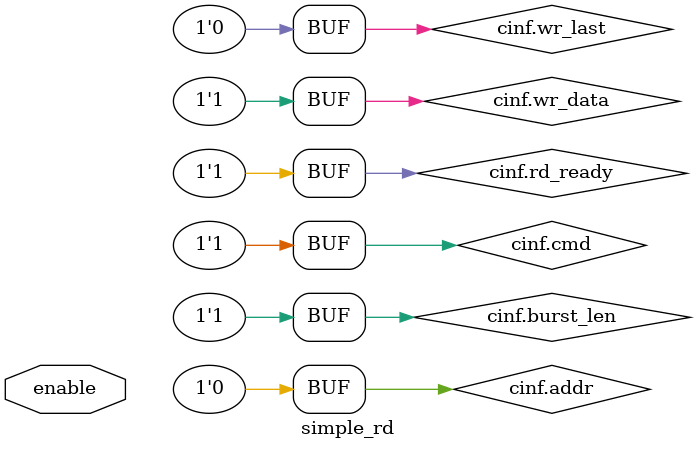
<source format=sv>
/**********************************************
______________                ______________
______________ \  /\  /|\  /| ______________
______________  \/  \/ | \/ | ______________
descript:
author : Young
Version: VERA.0.0
creaded: 2016/11/17 上午11:34:38
madified:
***********************************************/
`timescale 1ns/1ps
module simple_rd(
    input       enable,
    common_interface.master cinf
);

logic   clock,rst_n;
assign  clock   = cinf.clock;
assign  rst_n   = cinf.rst_n;


localparam      MAIN_CMD_IDLE = 4'd0,
                COMPLETE_WR = 4'd1,
                WR_WNO_STOP = 4'd2, //write without stop
                COMPLETE_RD = 4'd3,
                RD_WNO_STOP = 4'd4, //read without stop
                SET_IDLE    = 4'd5;

assign cinf.cmd         = COMPLETE_RD;
assign cinf.addr        = 7'b1010_000;
assign cinf.burst_len   = 1;

assign cinf.wr_data     = 8'b1000_0001;
assign cinf.wr_last     = 0;

assign cinf.rd_ready    = 1;

typedef enum {IDLE,SET_CMD,SET_DATA,FSH} STATUS;
STATUS cstate,nstate;

always@(posedge clock/*,negedge rst_n*/)
    if(~rst_n)  cstate  = IDLE;
    else        cstate  = nstate;

always@(*)
    case(cstate)
    IDLE:
        if(enable)
                nstate  = SET_CMD;
        else    nstate  = IDLE;
    SET_CMD:
        if(cinf.cmd_ready)
                nstate  = SET_DATA;
        else    nstate  = SET_CMD;
    SET_DATA:
        if(cinf.wr_ready)
                nstate  = FSH;
        else    nstate  = SET_DATA;
    FSH:        nstate  = IDLE;
    default:    nstate  = IDLE;
    endcase

always@(posedge clock/*,negedge rst_n*/)
    if(~rst_n)  cinf.cmd_vld    <= 1'b0;
    else
        case(nstate)
        SET_CMD:cinf.cmd_vld    <= 1'b1;
        default:cinf.cmd_vld    <= 1'b0;
        endcase

always@(posedge clock/*,negedge rst_n*/)
    if(~rst_n)  cinf.wr_vld    <= 1'b0;
    else
        case(nstate)
        SET_DATA:
                cinf.wr_vld    <= 1'b1;
        default:cinf.wr_vld    <= 1'b0;
        endcase

endmodule

</source>
